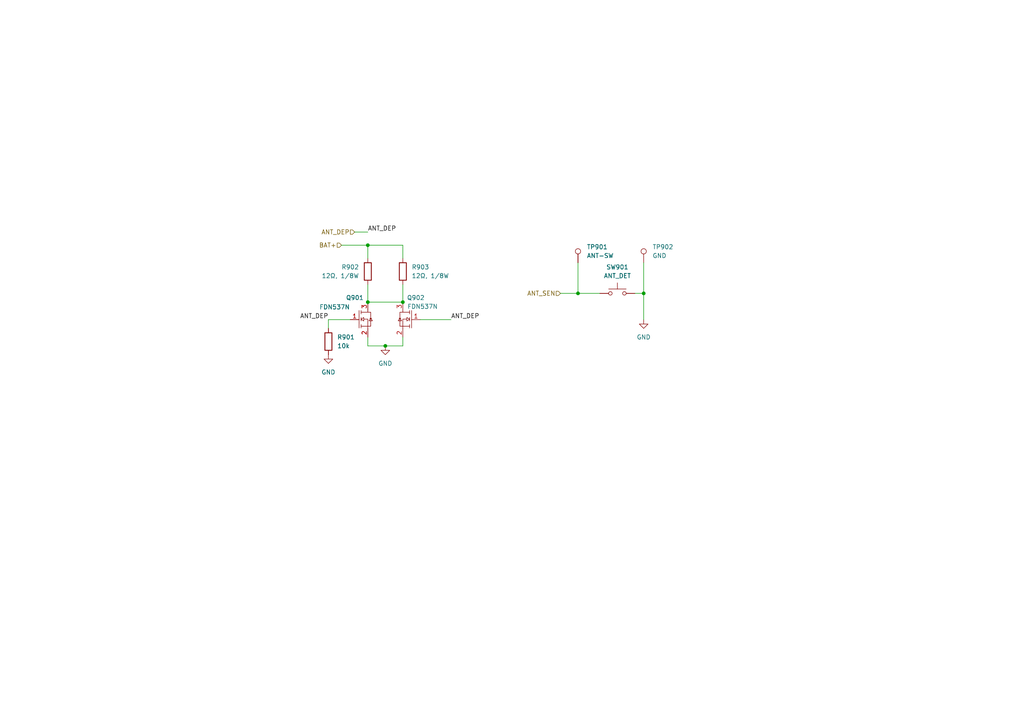
<source format=kicad_sch>
(kicad_sch (version 20211123) (generator eeschema)
  (paper "A4")
  (lib_symbols
    (symbol "Connector:TestPoint" (pin_numbers hide) (pin_names (offset 0.762) hide)
      (property "Reference" "TP" (at 0 6.858 0))
      (property "Value" "TestPoint" (at 0 5.08 0))
      (symbol "TestPoint_0_1"
        (circle (center 0 3.302) (radius 0.762))
      )
      (symbol "TestPoint_1_1"
        (pin passive line (at 0 0 90) (length 2.54) (name "1") (number "1"))
      )
    )
    (symbol "Device:R" (pin_numbers hide) (pin_names (offset 0))
      (property "Reference" "R" (at 2.032 0 90))
      (property "Value" "R" (at 0 0 90))
      (symbol "R_0_1"
        (rectangle (start -1.016 -2.54) (end 1.016 2.54) (stroke (width 0.254)))
      )
      (symbol "R_1_1"
        (pin passive line (at 0 3.81 270) (length 1.27) (name "~") (number "1"))
        (pin passive line (at 0 -3.81 90) (length 1.27) (name "~") (number "2"))
      )
    )
    (symbol "lsf-kicad:ESE16J001" (pin_numbers hide) (pin_names (offset 1.016) hide)
      (property "Reference" "SW901" (at 0 7.62 0))
      (property "Value" "ESE16J001" (at 0 5.08 0))
      (symbol "ESE16J001_0_0"
        (pin no_connect line (at 5.08 -5.08 180) (length 2.54) hide (name "NC") (number "2"))
        (pin no_connect line (at 5.08 -2.54 180) (length 2.54) hide (name "NC") (number "4"))
      )
      (symbol "ESE16J001_0_1"
        (circle (center -2.032 0) (radius 0.508))
        (polyline (pts (xy 0 1.27) (xy 0 3.048)))
        (polyline (pts (xy 2.54 1.27) (xy -2.54 1.27)))
        (circle (center 2.032 0) (radius 0.508))
        (pin passive line (at -5.08 0 0) (length 2.54) (name "1") (number "1"))
        (pin passive line (at 5.08 0 180) (length 2.54) (name "3") (number "3"))
      )
    )
    (symbol "lsf-kicad:FDN537N"
      (property "Reference" "Q" (at 3.81 3.81 0))
      (property "Value" "FDN537N" (at 5.08 1.27 0))
      (symbol "FDN537N_0_0"
        (polyline (pts (xy 0.0078 2.6609) (xy 0.0078 -2.4191)))
        (polyline (pts (xy 0.592 -1.4031) (xy 0.592 -2.4191)))
        (polyline (pts (xy 0.592 0.6289) (xy 0.592 -0.3871)))
        (polyline (pts (xy 0.592 2.6609) (xy 0.592 1.6449)))
        (polyline (pts (xy 3.64 0.3749) (xy 3.132 0.3749)))
        (polyline (pts (xy 0.592 -1.9111) (xy 3.386 -1.9111) (xy 3.386 2.1529) (xy 0.592 2.1529)))
        (polyline (pts (xy 0.592 0.1209) (xy 1.3794 -0.3871) (xy 1.3794 0.6289) (xy 0.592 0.1209)) (stroke (width 0.1524)))
        (polyline (pts (xy 3.386 0.4511) (xy 2.878 -0.3363) (xy 3.894 -0.3363) (xy 3.386 0.4511)) (stroke (width 0.1524)))
      )
      (symbol "FDN537N_0_1"
        (polyline (pts (xy 2.54 2.54) (xy 2.54 2.1844)))
        (polyline (pts (xy 2.54 -2.54) (xy 2.54 0.1524) (xy 1.4224 0.1524)))
      )
      (symbol "FDN537N_1_1"
        (pin input line (at -2.54 0 0) (length 2.54) (name "") (number "1"))
        (pin passive line (at 2.54 -5.08 90) (length 2.54) (name "") (number "2"))
        (pin passive line (at 2.54 5.08 270) (length 2.54) (name "") (number "3"))
      )
    )
    (symbol "power:GND" (power) (pin_names (offset 0))
      (property "Value" "GND" (at 0 -3.81 0))
      (symbol "GND_0_1"
        (polyline (pts (xy 0 0) (xy 0 -1.27) (xy 1.27 -1.27) (xy 0 -2.54) (xy -1.27 -1.27) (xy 0 -1.27)))
      )
      (symbol "GND_1_1"
        (pin power_in line (at 0 0 270) (length 0) hide (name "GND") (number "1"))
      )
    )
  )
  (junction (at 167.64 85.09))
  (junction (at 106.68 87.63))
  (junction (at 106.68 71.12))
  (junction (at 186.69 85.09))
  (junction (at 111.76 100.33))
  (junction (at 116.84 87.63))
  (wire (pts (xy 162.56 85.09) (xy 167.64 85.09)))
  (wire (pts (xy 95.25 92.71) (xy 101.6 92.71)))
  (wire (pts (xy 186.69 76.2) (xy 186.69 85.09)))
  (wire (pts (xy 111.76 100.33) (xy 116.84 100.33)))
  (wire (pts (xy 106.68 100.33) (xy 111.76 100.33)))
  (wire (pts (xy 116.84 74.93) (xy 116.84 71.12)))
  (wire (pts (xy 184.15 85.09) (xy 186.69 85.09)))
  (wire (pts (xy 167.64 85.09) (xy 173.99 85.09)))
  (wire (pts (xy 167.64 76.2) (xy 167.64 85.09)))
  (wire (pts (xy 106.68 82.55) (xy 106.68 87.63)))
  (wire (pts (xy 102.87 67.31) (xy 106.68 67.31)))
  (wire (pts (xy 106.68 71.12) (xy 99.06 71.12)))
  (wire (pts (xy 116.84 71.12) (xy 106.68 71.12)))
  (wire (pts (xy 106.68 71.12) (xy 106.68 74.93)))
  (wire (pts (xy 106.68 87.63) (xy 116.84 87.63)))
  (wire (pts (xy 186.69 85.09) (xy 186.69 92.71)))
  (wire (pts (xy 116.84 82.55) (xy 116.84 87.63)))
  (wire (pts (xy 116.84 100.33) (xy 116.84 97.79)))
  (wire (pts (xy 95.25 92.71) (xy 95.25 95.25)))
  (wire (pts (xy 106.68 97.79) (xy 106.68 100.33)))
  (wire (pts (xy 121.92 92.71) (xy 130.81 92.71)))
  (label "ANT_DEP" (at 106.68 67.31 0))
  (label "ANT_DEP" (at 95.25 92.71 180))
  (label "ANT_DEP" (at 130.81 92.71 0))
  (hierarchical_label "ANT_SEN" (shape input) (at 162.56 85.09 180))
  (hierarchical_label "ANT_DEP" (shape input) (at 102.87 67.31 180))
  (hierarchical_label "BAT+" (shape input) (at 99.06 71.12 180))
  (symbol (lib_id "power:GND") (at 111.76 100.33 0) (unit 1)
    (property "Reference" "#PWR0902" (effects hide))
    (property "Value" "GND" (at 111.76 105.41 0))
  )
  (symbol (lib_id "lsf-kicad:FDN537N") (at 119.38 92.71 0) (mirror y) (unit 1)
    (property "Reference" "Q902" (at 123.19 86.36 0) (effects (justify left)))
    (property "Value" "FDN537N" (at 127 88.9 0) (effects (justify left)))
    (property "Footprint" "Package_TO_SOT_SMD:SuperSOT-3" (effects hide))
    (property "Datasheet" "https://www.onsemi.com/pub/Collateral/FDN537N-D.pdf" (effects hide))
    (property "Part Number" "FDN537N" (effects hide))
  )
  (symbol (lib_id "power:GND") (at 186.69 92.71 0) (unit 1)
    (property "Reference" "#PWR0903" (effects hide))
    (property "Value" "GND" (at 186.69 97.79 0))
  )
  (symbol (lib_id "lsf-kicad:ESE16J001") (at 179.07 85.09 0) (mirror y) (unit 1)
    (property "Reference" "SW901" (at 179.07 77.47 0))
    (property "Value" "ANT_DET" (at 179.07 80.01 0))
    (property "Footprint" "lsf-kicad-lib:ESE16J001" (effects hide))
    (property "Part Number" "ESE-16J001" (effects hide))
  )
  (symbol (lib_id "Connector:TestPoint") (at 186.69 76.2 0) (unit 1)
    (property "Reference" "TP902" (at 189.23 71.6279 0) (effects (justify left)))
    (property "Value" "GND" (at 189.23 74.1679 0) (effects (justify left)))
    (property "Footprint" "TestPoint:TestPoint_Pad_D1.0mm" (effects hide))
  )
  (symbol (lib_id "Device:R") (at 95.25 99.06 0) (unit 1)
    (property "Reference" "R901" (at 97.79 97.7899 0) (effects (justify left)))
    (property "Value" "10k" (at 97.79 100.3299 0) (effects (justify left)))
    (property "Footprint" "Resistor_SMD:R_0402_1005Metric" (effects hide))
    (property "Part Number" "RC0402JR-1310KL" (effects hide))
  )
  (symbol (lib_id "Connector:TestPoint") (at 167.64 76.2 0) (unit 1)
    (property "Reference" "TP901" (at 170.18 71.6279 0) (effects (justify left)))
    (property "Value" "ANT-SW" (at 170.18 74.1679 0) (effects (justify left)))
    (property "Footprint" "TestPoint:TestPoint_Pad_D1.0mm" (effects hide))
  )
  (symbol (lib_id "power:GND") (at 95.25 102.87 0) (unit 1)
    (property "Reference" "#PWR0901" (effects hide))
    (property "Value" "GND" (at 95.25 107.95 0))
  )
  (symbol (lib_id "lsf-kicad:FDN537N") (at 104.14 92.71 0) (unit 1)
    (property "Reference" "Q901" (at 100.33 86.36 0) (effects (justify left)))
    (property "Value" "FDN537N" (at 92.6116 89.0519 0) (effects (justify left)))
    (property "Footprint" "Package_TO_SOT_SMD:SuperSOT-3" (effects hide))
    (property "Datasheet" "https://www.onsemi.com/pub/Collateral/FDN537N-D.pdf" (effects hide))
    (property "Part Number" "FDN537N" (effects hide))
  )
  (symbol (lib_id "Device:R") (at 106.68 78.74 0) (unit 1)
    (property "Reference" "R902" (at 104.14 77.4699 0) (effects (justify right)))
    (property "Value" "12Ω, 1/8W" (at 104.14 80.0099 0) (effects (justify right)))
    (property "Footprint" "Resistor_THT:R_Axial_DIN0204_L3.6mm_D1.6mm_P7.62mm_Horizontal" (effects hide))
  )
  (symbol (lib_id "Device:R") (at 116.84 78.74 0) (unit 1)
    (property "Reference" "R903" (at 119.38 77.4699 0) (effects (justify left)))
    (property "Value" "12Ω, 1/8W" (at 119.38 80.0099 0) (effects (justify left)))
    (property "Footprint" "Resistor_THT:R_Axial_DIN0204_L3.6mm_D1.6mm_P7.62mm_Horizontal" (effects hide))
  )
)
</source>
